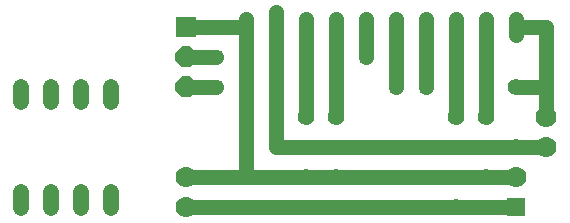
<source format=gbl>
G75*
%MOIN*%
%OFA0B0*%
%FSLAX25Y25*%
%IPPOS*%
%LPD*%
%AMOC8*
5,1,8,0,0,1.08239X$1,22.5*
%
%ADD10C,0.05543*%
%ADD11C,0.07000*%
%ADD12R,0.06300X0.06300*%
%ADD13C,0.05150*%
%ADD14OC8,0.07000*%
%ADD15R,0.07000X0.07000*%
%ADD16C,0.05200*%
%ADD17C,0.05000*%
%ADD18R,0.03962X0.03962*%
D10*
X0108667Y0024299D03*
X0118667Y0024299D03*
X0158667Y0014299D03*
X0168667Y0024299D03*
X0178667Y0034299D03*
X0168667Y0044299D03*
X0158667Y0044299D03*
X0178667Y0054299D03*
X0118667Y0044299D03*
X0108667Y0044299D03*
D11*
X0068667Y0024299D03*
X0068667Y0014299D03*
X0178667Y0024299D03*
X0188667Y0034299D03*
X0188667Y0044299D03*
D12*
X0178667Y0014299D03*
D13*
X0178667Y0071724D02*
X0178667Y0076874D01*
X0168667Y0076874D02*
X0168667Y0071724D01*
X0158667Y0071724D02*
X0158667Y0076874D01*
X0148667Y0076874D02*
X0148667Y0071724D01*
X0138667Y0071724D02*
X0138667Y0076874D01*
X0128667Y0076874D02*
X0128667Y0071724D01*
X0118667Y0071724D02*
X0118667Y0076874D01*
X0108667Y0076874D02*
X0108667Y0071724D01*
X0098667Y0071724D02*
X0098667Y0076874D01*
X0088667Y0076874D02*
X0088667Y0071724D01*
D14*
X0068667Y0064299D03*
X0068667Y0054299D03*
D15*
X0068667Y0074299D03*
D16*
X0013667Y0019299D02*
X0013667Y0014099D01*
X0023667Y0014099D02*
X0023667Y0019299D01*
X0033667Y0019299D02*
X0033667Y0014099D01*
X0043667Y0014099D02*
X0043667Y0019299D01*
X0043667Y0049299D02*
X0043667Y0054499D01*
X0033667Y0054499D02*
X0033667Y0049299D01*
X0023667Y0049299D02*
X0023667Y0054499D01*
X0013667Y0054499D02*
X0013667Y0049299D01*
D17*
X0068667Y0054299D02*
X0078667Y0054299D01*
X0078667Y0064299D02*
X0068667Y0064299D01*
X0068667Y0074299D02*
X0088667Y0074299D01*
X0088667Y0024299D01*
X0108667Y0024299D01*
X0118667Y0024299D01*
X0178667Y0024299D01*
X0168667Y0024299D01*
X0108667Y0024299D01*
X0088667Y0024299D02*
X0068667Y0024299D01*
X0068667Y0014299D02*
X0148667Y0014299D01*
X0178667Y0014299D01*
X0158667Y0014299D02*
X0148667Y0014299D01*
X0178667Y0034299D02*
X0098667Y0034299D01*
X0098667Y0074299D01*
X0098667Y0079299D01*
X0108667Y0074299D02*
X0108667Y0044299D01*
X0118667Y0044299D02*
X0118667Y0074299D01*
X0128667Y0074299D02*
X0128667Y0064299D01*
X0138667Y0054299D02*
X0138667Y0074299D01*
X0148667Y0074299D02*
X0148667Y0054299D01*
X0158667Y0044299D02*
X0158667Y0074299D01*
X0168667Y0074299D02*
X0168667Y0044299D01*
X0188667Y0044299D02*
X0188667Y0054299D01*
X0178667Y0054299D01*
X0188667Y0054299D02*
X0188667Y0074299D01*
X0178667Y0074299D01*
X0178667Y0034299D02*
X0188667Y0034299D01*
D18*
X0148667Y0014299D03*
X0148667Y0054299D03*
X0138667Y0054299D03*
X0128667Y0064299D03*
X0078667Y0064299D03*
X0078667Y0054299D03*
M02*

</source>
